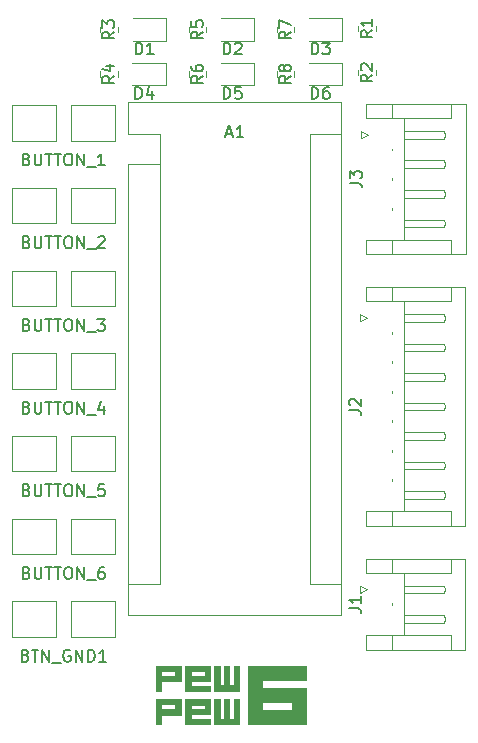
<source format=gbr>
%TF.GenerationSoftware,KiCad,Pcbnew,(6.0.5)*%
%TF.CreationDate,2022-06-02T23:03:52-07:00*%
%TF.ProjectId,arduino-autofire,61726475-696e-46f2-9d61-75746f666972,rev?*%
%TF.SameCoordinates,Original*%
%TF.FileFunction,Legend,Top*%
%TF.FilePolarity,Positive*%
%FSLAX46Y46*%
G04 Gerber Fmt 4.6, Leading zero omitted, Abs format (unit mm)*
G04 Created by KiCad (PCBNEW (6.0.5)) date 2022-06-02 23:03:52*
%MOMM*%
%LPD*%
G01*
G04 APERTURE LIST*
%ADD10C,0.000000*%
%ADD11C,0.150000*%
%ADD12C,0.120000*%
G04 APERTURE END LIST*
D10*
G36*
X130000000Y-119959938D02*
G01*
X130000000Y-120163667D01*
X130002646Y-120163667D01*
X130002646Y-121314605D01*
X128349000Y-121314605D01*
X128349000Y-121632104D01*
X130002646Y-121632104D01*
X130002646Y-122163917D01*
X127798667Y-122163917D01*
X127798667Y-120806605D01*
X128346354Y-120806605D01*
X129449667Y-120806605D01*
X129449667Y-120489105D01*
X128346354Y-120489105D01*
X128346354Y-120806605D01*
X127798667Y-120806605D01*
X127798667Y-119959938D01*
X130000000Y-119959938D01*
G37*
G36*
X127523500Y-119959938D02*
G01*
X127523500Y-121338417D01*
X125869854Y-121338417D01*
X125869854Y-122163917D01*
X125319521Y-122163917D01*
X125319521Y-120806605D01*
X125869854Y-120806605D01*
X126973167Y-120806605D01*
X126973167Y-120489105D01*
X125869854Y-120489105D01*
X125869854Y-120806605D01*
X125319521Y-120806605D01*
X125319521Y-119959938D01*
X127523500Y-119959938D01*
G37*
G36*
X130806979Y-121613584D02*
G01*
X131124479Y-121613584D01*
X131124479Y-119959938D01*
X131632479Y-119959938D01*
X131632479Y-121613584D01*
X131949979Y-121613584D01*
X131949979Y-119959938D01*
X132479146Y-119959938D01*
X132479146Y-122163917D01*
X130277813Y-122163917D01*
X130277813Y-119959938D01*
X130806979Y-119959938D01*
X130806979Y-121613584D01*
G37*
G36*
X127523500Y-122796272D02*
G01*
X127523500Y-124172105D01*
X125869854Y-124172105D01*
X125869854Y-124997605D01*
X125319521Y-124997605D01*
X125319521Y-123640292D01*
X125869854Y-123640292D01*
X126973167Y-123640292D01*
X126973167Y-123322792D01*
X125869854Y-123322792D01*
X125869854Y-123640292D01*
X125319521Y-123640292D01*
X125319521Y-122796272D01*
X127523500Y-122796272D01*
G37*
G36*
X130806979Y-124449917D02*
G01*
X131124479Y-124449917D01*
X131124479Y-122793625D01*
X131632479Y-122793625D01*
X131632479Y-124449917D01*
X131949979Y-124449917D01*
X131949979Y-122793625D01*
X132479146Y-122793625D01*
X132479146Y-124997605D01*
X130277813Y-124997605D01*
X130277813Y-122793625D01*
X130806979Y-122793625D01*
X130806979Y-124449917D01*
G37*
G36*
X138146522Y-119959938D02*
G01*
X138146522Y-121219355D01*
X134368272Y-121219355D01*
X134368272Y-121849063D01*
X138146522Y-121849063D01*
X138146522Y-124997605D01*
X133108854Y-124997605D01*
X133108854Y-123738188D01*
X134368271Y-123738188D01*
X136887104Y-123738188D01*
X136887104Y-123108480D01*
X134368271Y-123108480D01*
X134368271Y-123738188D01*
X133108854Y-123738188D01*
X133108854Y-119959938D01*
X138146522Y-119959938D01*
G37*
G36*
X130000000Y-122796271D02*
G01*
X130000000Y-123000000D01*
X130002646Y-123000000D01*
X130002646Y-124150938D01*
X128349000Y-124150938D01*
X128349000Y-124468438D01*
X130002646Y-124468438D01*
X130002646Y-125000250D01*
X127798667Y-125000250D01*
X127798667Y-123642938D01*
X128346354Y-123642938D01*
X129449667Y-123642938D01*
X129449667Y-123325438D01*
X128346354Y-123325438D01*
X128346354Y-123642938D01*
X127798667Y-123642938D01*
X127798667Y-122796271D01*
X130000000Y-122796271D01*
G37*
D11*
%TO.C,R4*%
X121802380Y-70016666D02*
X121326190Y-70350000D01*
X121802380Y-70588095D02*
X120802380Y-70588095D01*
X120802380Y-70207142D01*
X120850000Y-70111904D01*
X120897619Y-70064285D01*
X120992857Y-70016666D01*
X121135714Y-70016666D01*
X121230952Y-70064285D01*
X121278571Y-70111904D01*
X121326190Y-70207142D01*
X121326190Y-70588095D01*
X121135714Y-69159523D02*
X121802380Y-69159523D01*
X120754761Y-69397619D02*
X121469047Y-69635714D01*
X121469047Y-69016666D01*
%TO.C,R5*%
X129302380Y-66266666D02*
X128826190Y-66600000D01*
X129302380Y-66838095D02*
X128302380Y-66838095D01*
X128302380Y-66457142D01*
X128350000Y-66361904D01*
X128397619Y-66314285D01*
X128492857Y-66266666D01*
X128635714Y-66266666D01*
X128730952Y-66314285D01*
X128778571Y-66361904D01*
X128826190Y-66457142D01*
X128826190Y-66838095D01*
X128302380Y-65361904D02*
X128302380Y-65838095D01*
X128778571Y-65885714D01*
X128730952Y-65838095D01*
X128683333Y-65742857D01*
X128683333Y-65504761D01*
X128730952Y-65409523D01*
X128778571Y-65361904D01*
X128873809Y-65314285D01*
X129111904Y-65314285D01*
X129207142Y-65361904D01*
X129254761Y-65409523D01*
X129302380Y-65504761D01*
X129302380Y-65742857D01*
X129254761Y-65838095D01*
X129207142Y-65885714D01*
%TO.C,D4*%
X123586904Y-71952380D02*
X123586904Y-70952380D01*
X123825000Y-70952380D01*
X123967857Y-71000000D01*
X124063095Y-71095238D01*
X124110714Y-71190476D01*
X124158333Y-71380952D01*
X124158333Y-71523809D01*
X124110714Y-71714285D01*
X124063095Y-71809523D01*
X123967857Y-71904761D01*
X123825000Y-71952380D01*
X123586904Y-71952380D01*
X125015476Y-71285714D02*
X125015476Y-71952380D01*
X124777380Y-70904761D02*
X124539285Y-71619047D01*
X125158333Y-71619047D01*
%TO.C,BTN_GND1*%
X114285714Y-119078571D02*
X114428571Y-119126190D01*
X114476190Y-119173809D01*
X114523809Y-119269047D01*
X114523809Y-119411904D01*
X114476190Y-119507142D01*
X114428571Y-119554761D01*
X114333333Y-119602380D01*
X113952380Y-119602380D01*
X113952380Y-118602380D01*
X114285714Y-118602380D01*
X114380952Y-118650000D01*
X114428571Y-118697619D01*
X114476190Y-118792857D01*
X114476190Y-118888095D01*
X114428571Y-118983333D01*
X114380952Y-119030952D01*
X114285714Y-119078571D01*
X113952380Y-119078571D01*
X114809523Y-118602380D02*
X115380952Y-118602380D01*
X115095238Y-119602380D02*
X115095238Y-118602380D01*
X115714285Y-119602380D02*
X115714285Y-118602380D01*
X116285714Y-119602380D01*
X116285714Y-118602380D01*
X116523809Y-119697619D02*
X117285714Y-119697619D01*
X118047619Y-118650000D02*
X117952380Y-118602380D01*
X117809523Y-118602380D01*
X117666666Y-118650000D01*
X117571428Y-118745238D01*
X117523809Y-118840476D01*
X117476190Y-119030952D01*
X117476190Y-119173809D01*
X117523809Y-119364285D01*
X117571428Y-119459523D01*
X117666666Y-119554761D01*
X117809523Y-119602380D01*
X117904761Y-119602380D01*
X118047619Y-119554761D01*
X118095238Y-119507142D01*
X118095238Y-119173809D01*
X117904761Y-119173809D01*
X118523809Y-119602380D02*
X118523809Y-118602380D01*
X119095238Y-119602380D01*
X119095238Y-118602380D01*
X119571428Y-119602380D02*
X119571428Y-118602380D01*
X119809523Y-118602380D01*
X119952380Y-118650000D01*
X120047619Y-118745238D01*
X120095238Y-118840476D01*
X120142857Y-119030952D01*
X120142857Y-119173809D01*
X120095238Y-119364285D01*
X120047619Y-119459523D01*
X119952380Y-119554761D01*
X119809523Y-119602380D01*
X119571428Y-119602380D01*
X121095238Y-119602380D02*
X120523809Y-119602380D01*
X120809523Y-119602380D02*
X120809523Y-118602380D01*
X120714285Y-118745238D01*
X120619047Y-118840476D01*
X120523809Y-118888095D01*
%TO.C,D1*%
X123611904Y-68202380D02*
X123611904Y-67202380D01*
X123850000Y-67202380D01*
X123992857Y-67250000D01*
X124088095Y-67345238D01*
X124135714Y-67440476D01*
X124183333Y-67630952D01*
X124183333Y-67773809D01*
X124135714Y-67964285D01*
X124088095Y-68059523D01*
X123992857Y-68154761D01*
X123850000Y-68202380D01*
X123611904Y-68202380D01*
X125135714Y-68202380D02*
X124564285Y-68202380D01*
X124850000Y-68202380D02*
X124850000Y-67202380D01*
X124754761Y-67345238D01*
X124659523Y-67440476D01*
X124564285Y-67488095D01*
%TO.C,D2*%
X131061904Y-68202380D02*
X131061904Y-67202380D01*
X131300000Y-67202380D01*
X131442857Y-67250000D01*
X131538095Y-67345238D01*
X131585714Y-67440476D01*
X131633333Y-67630952D01*
X131633333Y-67773809D01*
X131585714Y-67964285D01*
X131538095Y-68059523D01*
X131442857Y-68154761D01*
X131300000Y-68202380D01*
X131061904Y-68202380D01*
X132014285Y-67297619D02*
X132061904Y-67250000D01*
X132157142Y-67202380D01*
X132395238Y-67202380D01*
X132490476Y-67250000D01*
X132538095Y-67297619D01*
X132585714Y-67392857D01*
X132585714Y-67488095D01*
X132538095Y-67630952D01*
X131966666Y-68202380D01*
X132585714Y-68202380D01*
%TO.C,J1*%
X141702380Y-115083333D02*
X142416666Y-115083333D01*
X142559523Y-115130952D01*
X142654761Y-115226190D01*
X142702380Y-115369047D01*
X142702380Y-115464285D01*
X142702380Y-114083333D02*
X142702380Y-114654761D01*
X142702380Y-114369047D02*
X141702380Y-114369047D01*
X141845238Y-114464285D01*
X141940476Y-114559523D01*
X141988095Y-114654761D01*
%TO.C,D3*%
X138511904Y-68202380D02*
X138511904Y-67202380D01*
X138750000Y-67202380D01*
X138892857Y-67250000D01*
X138988095Y-67345238D01*
X139035714Y-67440476D01*
X139083333Y-67630952D01*
X139083333Y-67773809D01*
X139035714Y-67964285D01*
X138988095Y-68059523D01*
X138892857Y-68154761D01*
X138750000Y-68202380D01*
X138511904Y-68202380D01*
X139416666Y-67202380D02*
X140035714Y-67202380D01*
X139702380Y-67583333D01*
X139845238Y-67583333D01*
X139940476Y-67630952D01*
X139988095Y-67678571D01*
X140035714Y-67773809D01*
X140035714Y-68011904D01*
X139988095Y-68107142D01*
X139940476Y-68154761D01*
X139845238Y-68202380D01*
X139559523Y-68202380D01*
X139464285Y-68154761D01*
X139416666Y-68107142D01*
%TO.C,J2*%
X141702380Y-98333333D02*
X142416666Y-98333333D01*
X142559523Y-98380952D01*
X142654761Y-98476190D01*
X142702380Y-98619047D01*
X142702380Y-98714285D01*
X141797619Y-97904761D02*
X141750000Y-97857142D01*
X141702380Y-97761904D01*
X141702380Y-97523809D01*
X141750000Y-97428571D01*
X141797619Y-97380952D01*
X141892857Y-97333333D01*
X141988095Y-97333333D01*
X142130952Y-97380952D01*
X142702380Y-97952380D01*
X142702380Y-97333333D01*
%TO.C,D6*%
X138511904Y-71952380D02*
X138511904Y-70952380D01*
X138750000Y-70952380D01*
X138892857Y-71000000D01*
X138988095Y-71095238D01*
X139035714Y-71190476D01*
X139083333Y-71380952D01*
X139083333Y-71523809D01*
X139035714Y-71714285D01*
X138988095Y-71809523D01*
X138892857Y-71904761D01*
X138750000Y-71952380D01*
X138511904Y-71952380D01*
X139940476Y-70952380D02*
X139750000Y-70952380D01*
X139654761Y-71000000D01*
X139607142Y-71047619D01*
X139511904Y-71190476D01*
X139464285Y-71380952D01*
X139464285Y-71761904D01*
X139511904Y-71857142D01*
X139559523Y-71904761D01*
X139654761Y-71952380D01*
X139845238Y-71952380D01*
X139940476Y-71904761D01*
X139988095Y-71857142D01*
X140035714Y-71761904D01*
X140035714Y-71523809D01*
X139988095Y-71428571D01*
X139940476Y-71380952D01*
X139845238Y-71333333D01*
X139654761Y-71333333D01*
X139559523Y-71380952D01*
X139511904Y-71428571D01*
X139464285Y-71523809D01*
%TO.C,R1*%
X143652380Y-66166666D02*
X143176190Y-66500000D01*
X143652380Y-66738095D02*
X142652380Y-66738095D01*
X142652380Y-66357142D01*
X142700000Y-66261904D01*
X142747619Y-66214285D01*
X142842857Y-66166666D01*
X142985714Y-66166666D01*
X143080952Y-66214285D01*
X143128571Y-66261904D01*
X143176190Y-66357142D01*
X143176190Y-66738095D01*
X143652380Y-65214285D02*
X143652380Y-65785714D01*
X143652380Y-65500000D02*
X142652380Y-65500000D01*
X142795238Y-65595238D01*
X142890476Y-65690476D01*
X142938095Y-65785714D01*
%TO.C,R8*%
X136752380Y-70016666D02*
X136276190Y-70350000D01*
X136752380Y-70588095D02*
X135752380Y-70588095D01*
X135752380Y-70207142D01*
X135800000Y-70111904D01*
X135847619Y-70064285D01*
X135942857Y-70016666D01*
X136085714Y-70016666D01*
X136180952Y-70064285D01*
X136228571Y-70111904D01*
X136276190Y-70207142D01*
X136276190Y-70588095D01*
X136180952Y-69445238D02*
X136133333Y-69540476D01*
X136085714Y-69588095D01*
X135990476Y-69635714D01*
X135942857Y-69635714D01*
X135847619Y-69588095D01*
X135800000Y-69540476D01*
X135752380Y-69445238D01*
X135752380Y-69254761D01*
X135800000Y-69159523D01*
X135847619Y-69111904D01*
X135942857Y-69064285D01*
X135990476Y-69064285D01*
X136085714Y-69111904D01*
X136133333Y-69159523D01*
X136180952Y-69254761D01*
X136180952Y-69445238D01*
X136228571Y-69540476D01*
X136276190Y-69588095D01*
X136371428Y-69635714D01*
X136561904Y-69635714D01*
X136657142Y-69588095D01*
X136704761Y-69540476D01*
X136752380Y-69445238D01*
X136752380Y-69254761D01*
X136704761Y-69159523D01*
X136657142Y-69111904D01*
X136561904Y-69064285D01*
X136371428Y-69064285D01*
X136276190Y-69111904D01*
X136228571Y-69159523D01*
X136180952Y-69254761D01*
%TO.C,R6*%
X129302380Y-70016666D02*
X128826190Y-70350000D01*
X129302380Y-70588095D02*
X128302380Y-70588095D01*
X128302380Y-70207142D01*
X128350000Y-70111904D01*
X128397619Y-70064285D01*
X128492857Y-70016666D01*
X128635714Y-70016666D01*
X128730952Y-70064285D01*
X128778571Y-70111904D01*
X128826190Y-70207142D01*
X128826190Y-70588095D01*
X128302380Y-69159523D02*
X128302380Y-69350000D01*
X128350000Y-69445238D01*
X128397619Y-69492857D01*
X128540476Y-69588095D01*
X128730952Y-69635714D01*
X129111904Y-69635714D01*
X129207142Y-69588095D01*
X129254761Y-69540476D01*
X129302380Y-69445238D01*
X129302380Y-69254761D01*
X129254761Y-69159523D01*
X129207142Y-69111904D01*
X129111904Y-69064285D01*
X128873809Y-69064285D01*
X128778571Y-69111904D01*
X128730952Y-69159523D01*
X128683333Y-69254761D01*
X128683333Y-69445238D01*
X128730952Y-69540476D01*
X128778571Y-69588095D01*
X128873809Y-69635714D01*
%TO.C,BUTTON_2*%
X114380952Y-84078571D02*
X114523809Y-84126190D01*
X114571428Y-84173809D01*
X114619047Y-84269047D01*
X114619047Y-84411904D01*
X114571428Y-84507142D01*
X114523809Y-84554761D01*
X114428571Y-84602380D01*
X114047619Y-84602380D01*
X114047619Y-83602380D01*
X114380952Y-83602380D01*
X114476190Y-83650000D01*
X114523809Y-83697619D01*
X114571428Y-83792857D01*
X114571428Y-83888095D01*
X114523809Y-83983333D01*
X114476190Y-84030952D01*
X114380952Y-84078571D01*
X114047619Y-84078571D01*
X115047619Y-83602380D02*
X115047619Y-84411904D01*
X115095238Y-84507142D01*
X115142857Y-84554761D01*
X115238095Y-84602380D01*
X115428571Y-84602380D01*
X115523809Y-84554761D01*
X115571428Y-84507142D01*
X115619047Y-84411904D01*
X115619047Y-83602380D01*
X115952380Y-83602380D02*
X116523809Y-83602380D01*
X116238095Y-84602380D02*
X116238095Y-83602380D01*
X116714285Y-83602380D02*
X117285714Y-83602380D01*
X117000000Y-84602380D02*
X117000000Y-83602380D01*
X117809523Y-83602380D02*
X118000000Y-83602380D01*
X118095238Y-83650000D01*
X118190476Y-83745238D01*
X118238095Y-83935714D01*
X118238095Y-84269047D01*
X118190476Y-84459523D01*
X118095238Y-84554761D01*
X118000000Y-84602380D01*
X117809523Y-84602380D01*
X117714285Y-84554761D01*
X117619047Y-84459523D01*
X117571428Y-84269047D01*
X117571428Y-83935714D01*
X117619047Y-83745238D01*
X117714285Y-83650000D01*
X117809523Y-83602380D01*
X118666666Y-84602380D02*
X118666666Y-83602380D01*
X119238095Y-84602380D01*
X119238095Y-83602380D01*
X119476190Y-84697619D02*
X120238095Y-84697619D01*
X120428571Y-83697619D02*
X120476190Y-83650000D01*
X120571428Y-83602380D01*
X120809523Y-83602380D01*
X120904761Y-83650000D01*
X120952380Y-83697619D01*
X121000000Y-83792857D01*
X121000000Y-83888095D01*
X120952380Y-84030952D01*
X120380952Y-84602380D01*
X121000000Y-84602380D01*
%TO.C,BUTTON_5*%
X114380952Y-105078571D02*
X114523809Y-105126190D01*
X114571428Y-105173809D01*
X114619047Y-105269047D01*
X114619047Y-105411904D01*
X114571428Y-105507142D01*
X114523809Y-105554761D01*
X114428571Y-105602380D01*
X114047619Y-105602380D01*
X114047619Y-104602380D01*
X114380952Y-104602380D01*
X114476190Y-104650000D01*
X114523809Y-104697619D01*
X114571428Y-104792857D01*
X114571428Y-104888095D01*
X114523809Y-104983333D01*
X114476190Y-105030952D01*
X114380952Y-105078571D01*
X114047619Y-105078571D01*
X115047619Y-104602380D02*
X115047619Y-105411904D01*
X115095238Y-105507142D01*
X115142857Y-105554761D01*
X115238095Y-105602380D01*
X115428571Y-105602380D01*
X115523809Y-105554761D01*
X115571428Y-105507142D01*
X115619047Y-105411904D01*
X115619047Y-104602380D01*
X115952380Y-104602380D02*
X116523809Y-104602380D01*
X116238095Y-105602380D02*
X116238095Y-104602380D01*
X116714285Y-104602380D02*
X117285714Y-104602380D01*
X117000000Y-105602380D02*
X117000000Y-104602380D01*
X117809523Y-104602380D02*
X118000000Y-104602380D01*
X118095238Y-104650000D01*
X118190476Y-104745238D01*
X118238095Y-104935714D01*
X118238095Y-105269047D01*
X118190476Y-105459523D01*
X118095238Y-105554761D01*
X118000000Y-105602380D01*
X117809523Y-105602380D01*
X117714285Y-105554761D01*
X117619047Y-105459523D01*
X117571428Y-105269047D01*
X117571428Y-104935714D01*
X117619047Y-104745238D01*
X117714285Y-104650000D01*
X117809523Y-104602380D01*
X118666666Y-105602380D02*
X118666666Y-104602380D01*
X119238095Y-105602380D01*
X119238095Y-104602380D01*
X119476190Y-105697619D02*
X120238095Y-105697619D01*
X120952380Y-104602380D02*
X120476190Y-104602380D01*
X120428571Y-105078571D01*
X120476190Y-105030952D01*
X120571428Y-104983333D01*
X120809523Y-104983333D01*
X120904761Y-105030952D01*
X120952380Y-105078571D01*
X121000000Y-105173809D01*
X121000000Y-105411904D01*
X120952380Y-105507142D01*
X120904761Y-105554761D01*
X120809523Y-105602380D01*
X120571428Y-105602380D01*
X120476190Y-105554761D01*
X120428571Y-105507142D01*
%TO.C,BUTTON_1*%
X114380952Y-77078571D02*
X114523809Y-77126190D01*
X114571428Y-77173809D01*
X114619047Y-77269047D01*
X114619047Y-77411904D01*
X114571428Y-77507142D01*
X114523809Y-77554761D01*
X114428571Y-77602380D01*
X114047619Y-77602380D01*
X114047619Y-76602380D01*
X114380952Y-76602380D01*
X114476190Y-76650000D01*
X114523809Y-76697619D01*
X114571428Y-76792857D01*
X114571428Y-76888095D01*
X114523809Y-76983333D01*
X114476190Y-77030952D01*
X114380952Y-77078571D01*
X114047619Y-77078571D01*
X115047619Y-76602380D02*
X115047619Y-77411904D01*
X115095238Y-77507142D01*
X115142857Y-77554761D01*
X115238095Y-77602380D01*
X115428571Y-77602380D01*
X115523809Y-77554761D01*
X115571428Y-77507142D01*
X115619047Y-77411904D01*
X115619047Y-76602380D01*
X115952380Y-76602380D02*
X116523809Y-76602380D01*
X116238095Y-77602380D02*
X116238095Y-76602380D01*
X116714285Y-76602380D02*
X117285714Y-76602380D01*
X117000000Y-77602380D02*
X117000000Y-76602380D01*
X117809523Y-76602380D02*
X118000000Y-76602380D01*
X118095238Y-76650000D01*
X118190476Y-76745238D01*
X118238095Y-76935714D01*
X118238095Y-77269047D01*
X118190476Y-77459523D01*
X118095238Y-77554761D01*
X118000000Y-77602380D01*
X117809523Y-77602380D01*
X117714285Y-77554761D01*
X117619047Y-77459523D01*
X117571428Y-77269047D01*
X117571428Y-76935714D01*
X117619047Y-76745238D01*
X117714285Y-76650000D01*
X117809523Y-76602380D01*
X118666666Y-77602380D02*
X118666666Y-76602380D01*
X119238095Y-77602380D01*
X119238095Y-76602380D01*
X119476190Y-77697619D02*
X120238095Y-77697619D01*
X121000000Y-77602380D02*
X120428571Y-77602380D01*
X120714285Y-77602380D02*
X120714285Y-76602380D01*
X120619047Y-76745238D01*
X120523809Y-76840476D01*
X120428571Y-76888095D01*
%TO.C,D5*%
X131061904Y-71952380D02*
X131061904Y-70952380D01*
X131300000Y-70952380D01*
X131442857Y-71000000D01*
X131538095Y-71095238D01*
X131585714Y-71190476D01*
X131633333Y-71380952D01*
X131633333Y-71523809D01*
X131585714Y-71714285D01*
X131538095Y-71809523D01*
X131442857Y-71904761D01*
X131300000Y-71952380D01*
X131061904Y-71952380D01*
X132538095Y-70952380D02*
X132061904Y-70952380D01*
X132014285Y-71428571D01*
X132061904Y-71380952D01*
X132157142Y-71333333D01*
X132395238Y-71333333D01*
X132490476Y-71380952D01*
X132538095Y-71428571D01*
X132585714Y-71523809D01*
X132585714Y-71761904D01*
X132538095Y-71857142D01*
X132490476Y-71904761D01*
X132395238Y-71952380D01*
X132157142Y-71952380D01*
X132061904Y-71904761D01*
X132014285Y-71857142D01*
%TO.C,BUTTON_6*%
X114380952Y-112078571D02*
X114523809Y-112126190D01*
X114571428Y-112173809D01*
X114619047Y-112269047D01*
X114619047Y-112411904D01*
X114571428Y-112507142D01*
X114523809Y-112554761D01*
X114428571Y-112602380D01*
X114047619Y-112602380D01*
X114047619Y-111602380D01*
X114380952Y-111602380D01*
X114476190Y-111650000D01*
X114523809Y-111697619D01*
X114571428Y-111792857D01*
X114571428Y-111888095D01*
X114523809Y-111983333D01*
X114476190Y-112030952D01*
X114380952Y-112078571D01*
X114047619Y-112078571D01*
X115047619Y-111602380D02*
X115047619Y-112411904D01*
X115095238Y-112507142D01*
X115142857Y-112554761D01*
X115238095Y-112602380D01*
X115428571Y-112602380D01*
X115523809Y-112554761D01*
X115571428Y-112507142D01*
X115619047Y-112411904D01*
X115619047Y-111602380D01*
X115952380Y-111602380D02*
X116523809Y-111602380D01*
X116238095Y-112602380D02*
X116238095Y-111602380D01*
X116714285Y-111602380D02*
X117285714Y-111602380D01*
X117000000Y-112602380D02*
X117000000Y-111602380D01*
X117809523Y-111602380D02*
X118000000Y-111602380D01*
X118095238Y-111650000D01*
X118190476Y-111745238D01*
X118238095Y-111935714D01*
X118238095Y-112269047D01*
X118190476Y-112459523D01*
X118095238Y-112554761D01*
X118000000Y-112602380D01*
X117809523Y-112602380D01*
X117714285Y-112554761D01*
X117619047Y-112459523D01*
X117571428Y-112269047D01*
X117571428Y-111935714D01*
X117619047Y-111745238D01*
X117714285Y-111650000D01*
X117809523Y-111602380D01*
X118666666Y-112602380D02*
X118666666Y-111602380D01*
X119238095Y-112602380D01*
X119238095Y-111602380D01*
X119476190Y-112697619D02*
X120238095Y-112697619D01*
X120904761Y-111602380D02*
X120714285Y-111602380D01*
X120619047Y-111650000D01*
X120571428Y-111697619D01*
X120476190Y-111840476D01*
X120428571Y-112030952D01*
X120428571Y-112411904D01*
X120476190Y-112507142D01*
X120523809Y-112554761D01*
X120619047Y-112602380D01*
X120809523Y-112602380D01*
X120904761Y-112554761D01*
X120952380Y-112507142D01*
X121000000Y-112411904D01*
X121000000Y-112173809D01*
X120952380Y-112078571D01*
X120904761Y-112030952D01*
X120809523Y-111983333D01*
X120619047Y-111983333D01*
X120523809Y-112030952D01*
X120476190Y-112078571D01*
X120428571Y-112173809D01*
%TO.C,R7*%
X136752380Y-66266666D02*
X136276190Y-66600000D01*
X136752380Y-66838095D02*
X135752380Y-66838095D01*
X135752380Y-66457142D01*
X135800000Y-66361904D01*
X135847619Y-66314285D01*
X135942857Y-66266666D01*
X136085714Y-66266666D01*
X136180952Y-66314285D01*
X136228571Y-66361904D01*
X136276190Y-66457142D01*
X136276190Y-66838095D01*
X135752380Y-65933333D02*
X135752380Y-65266666D01*
X136752380Y-65695238D01*
%TO.C,R2*%
X143652380Y-69916666D02*
X143176190Y-70250000D01*
X143652380Y-70488095D02*
X142652380Y-70488095D01*
X142652380Y-70107142D01*
X142700000Y-70011904D01*
X142747619Y-69964285D01*
X142842857Y-69916666D01*
X142985714Y-69916666D01*
X143080952Y-69964285D01*
X143128571Y-70011904D01*
X143176190Y-70107142D01*
X143176190Y-70488095D01*
X142747619Y-69535714D02*
X142700000Y-69488095D01*
X142652380Y-69392857D01*
X142652380Y-69154761D01*
X142700000Y-69059523D01*
X142747619Y-69011904D01*
X142842857Y-68964285D01*
X142938095Y-68964285D01*
X143080952Y-69011904D01*
X143652380Y-69583333D01*
X143652380Y-68964285D01*
%TO.C,A1*%
X131295714Y-74916666D02*
X131771904Y-74916666D01*
X131200476Y-75202380D02*
X131533809Y-74202380D01*
X131867142Y-75202380D01*
X132724285Y-75202380D02*
X132152857Y-75202380D01*
X132438571Y-75202380D02*
X132438571Y-74202380D01*
X132343333Y-74345238D01*
X132248095Y-74440476D01*
X132152857Y-74488095D01*
%TO.C,R3*%
X121802380Y-66266666D02*
X121326190Y-66600000D01*
X121802380Y-66838095D02*
X120802380Y-66838095D01*
X120802380Y-66457142D01*
X120850000Y-66361904D01*
X120897619Y-66314285D01*
X120992857Y-66266666D01*
X121135714Y-66266666D01*
X121230952Y-66314285D01*
X121278571Y-66361904D01*
X121326190Y-66457142D01*
X121326190Y-66838095D01*
X120802380Y-65933333D02*
X120802380Y-65314285D01*
X121183333Y-65647619D01*
X121183333Y-65504761D01*
X121230952Y-65409523D01*
X121278571Y-65361904D01*
X121373809Y-65314285D01*
X121611904Y-65314285D01*
X121707142Y-65361904D01*
X121754761Y-65409523D01*
X121802380Y-65504761D01*
X121802380Y-65790476D01*
X121754761Y-65885714D01*
X121707142Y-65933333D01*
%TO.C,BUTTON_4*%
X114380952Y-98078571D02*
X114523809Y-98126190D01*
X114571428Y-98173809D01*
X114619047Y-98269047D01*
X114619047Y-98411904D01*
X114571428Y-98507142D01*
X114523809Y-98554761D01*
X114428571Y-98602380D01*
X114047619Y-98602380D01*
X114047619Y-97602380D01*
X114380952Y-97602380D01*
X114476190Y-97650000D01*
X114523809Y-97697619D01*
X114571428Y-97792857D01*
X114571428Y-97888095D01*
X114523809Y-97983333D01*
X114476190Y-98030952D01*
X114380952Y-98078571D01*
X114047619Y-98078571D01*
X115047619Y-97602380D02*
X115047619Y-98411904D01*
X115095238Y-98507142D01*
X115142857Y-98554761D01*
X115238095Y-98602380D01*
X115428571Y-98602380D01*
X115523809Y-98554761D01*
X115571428Y-98507142D01*
X115619047Y-98411904D01*
X115619047Y-97602380D01*
X115952380Y-97602380D02*
X116523809Y-97602380D01*
X116238095Y-98602380D02*
X116238095Y-97602380D01*
X116714285Y-97602380D02*
X117285714Y-97602380D01*
X117000000Y-98602380D02*
X117000000Y-97602380D01*
X117809523Y-97602380D02*
X118000000Y-97602380D01*
X118095238Y-97650000D01*
X118190476Y-97745238D01*
X118238095Y-97935714D01*
X118238095Y-98269047D01*
X118190476Y-98459523D01*
X118095238Y-98554761D01*
X118000000Y-98602380D01*
X117809523Y-98602380D01*
X117714285Y-98554761D01*
X117619047Y-98459523D01*
X117571428Y-98269047D01*
X117571428Y-97935714D01*
X117619047Y-97745238D01*
X117714285Y-97650000D01*
X117809523Y-97602380D01*
X118666666Y-98602380D02*
X118666666Y-97602380D01*
X119238095Y-98602380D01*
X119238095Y-97602380D01*
X119476190Y-98697619D02*
X120238095Y-98697619D01*
X120904761Y-97935714D02*
X120904761Y-98602380D01*
X120666666Y-97554761D02*
X120428571Y-98269047D01*
X121047619Y-98269047D01*
%TO.C,BUTTON_3*%
X114380952Y-91078571D02*
X114523809Y-91126190D01*
X114571428Y-91173809D01*
X114619047Y-91269047D01*
X114619047Y-91411904D01*
X114571428Y-91507142D01*
X114523809Y-91554761D01*
X114428571Y-91602380D01*
X114047619Y-91602380D01*
X114047619Y-90602380D01*
X114380952Y-90602380D01*
X114476190Y-90650000D01*
X114523809Y-90697619D01*
X114571428Y-90792857D01*
X114571428Y-90888095D01*
X114523809Y-90983333D01*
X114476190Y-91030952D01*
X114380952Y-91078571D01*
X114047619Y-91078571D01*
X115047619Y-90602380D02*
X115047619Y-91411904D01*
X115095238Y-91507142D01*
X115142857Y-91554761D01*
X115238095Y-91602380D01*
X115428571Y-91602380D01*
X115523809Y-91554761D01*
X115571428Y-91507142D01*
X115619047Y-91411904D01*
X115619047Y-90602380D01*
X115952380Y-90602380D02*
X116523809Y-90602380D01*
X116238095Y-91602380D02*
X116238095Y-90602380D01*
X116714285Y-90602380D02*
X117285714Y-90602380D01*
X117000000Y-91602380D02*
X117000000Y-90602380D01*
X117809523Y-90602380D02*
X118000000Y-90602380D01*
X118095238Y-90650000D01*
X118190476Y-90745238D01*
X118238095Y-90935714D01*
X118238095Y-91269047D01*
X118190476Y-91459523D01*
X118095238Y-91554761D01*
X118000000Y-91602380D01*
X117809523Y-91602380D01*
X117714285Y-91554761D01*
X117619047Y-91459523D01*
X117571428Y-91269047D01*
X117571428Y-90935714D01*
X117619047Y-90745238D01*
X117714285Y-90650000D01*
X117809523Y-90602380D01*
X118666666Y-91602380D02*
X118666666Y-90602380D01*
X119238095Y-91602380D01*
X119238095Y-90602380D01*
X119476190Y-91697619D02*
X120238095Y-91697619D01*
X120380952Y-90602380D02*
X121000000Y-90602380D01*
X120666666Y-90983333D01*
X120809523Y-90983333D01*
X120904761Y-91030952D01*
X120952380Y-91078571D01*
X121000000Y-91173809D01*
X121000000Y-91411904D01*
X120952380Y-91507142D01*
X120904761Y-91554761D01*
X120809523Y-91602380D01*
X120523809Y-91602380D01*
X120428571Y-91554761D01*
X120380952Y-91507142D01*
%TO.C,J3*%
X141734880Y-79083333D02*
X142449166Y-79083333D01*
X142592023Y-79130952D01*
X142687261Y-79226190D01*
X142734880Y-79369047D01*
X142734880Y-79464285D01*
X141734880Y-78702380D02*
X141734880Y-78083333D01*
X142115833Y-78416666D01*
X142115833Y-78273809D01*
X142163452Y-78178571D01*
X142211071Y-78130952D01*
X142306309Y-78083333D01*
X142544404Y-78083333D01*
X142639642Y-78130952D01*
X142687261Y-78178571D01*
X142734880Y-78273809D01*
X142734880Y-78559523D01*
X142687261Y-78654761D01*
X142639642Y-78702380D01*
D12*
%TO.C,R4*%
X122085000Y-70077064D02*
X122085000Y-69622936D01*
X120615000Y-70077064D02*
X120615000Y-69622936D01*
%TO.C,R5*%
X129585000Y-66327064D02*
X129585000Y-65872936D01*
X128115000Y-66327064D02*
X128115000Y-65872936D01*
%TO.C,D4*%
X123325000Y-70810000D02*
X126185000Y-70810000D01*
X126185000Y-68890000D02*
X123325000Y-68890000D01*
X126185000Y-70810000D02*
X126185000Y-68890000D01*
%TO.C,BTN_GND1*%
X113150000Y-117500000D02*
X116850000Y-117500000D01*
X118150000Y-117500000D02*
X121850000Y-117500000D01*
X121850000Y-114500000D02*
X118150000Y-114500000D01*
X116850000Y-114500000D02*
X113150000Y-114500000D01*
X121850000Y-114500000D02*
X121850000Y-117500000D01*
X113150000Y-114500000D02*
X113150000Y-117500000D01*
X118150000Y-114500000D02*
X118150000Y-117500000D01*
X116850000Y-114500000D02*
X116850000Y-117500000D01*
%TO.C,D1*%
X123350000Y-67060000D02*
X126210000Y-67060000D01*
X126210000Y-67060000D02*
X126210000Y-65140000D01*
X126210000Y-65140000D02*
X123350000Y-65140000D01*
%TO.C,D2*%
X133660000Y-67060000D02*
X133660000Y-65140000D01*
X133660000Y-65140000D02*
X130800000Y-65140000D01*
X130800000Y-67060000D02*
X133660000Y-67060000D01*
%TO.C,J1*%
X151527500Y-118610000D02*
X143107500Y-118610000D01*
X143217500Y-113500000D02*
X142617500Y-113200000D01*
X146307500Y-112110000D02*
X146307500Y-117390000D01*
X149807500Y-113500000D02*
X149727500Y-113820000D01*
X142617500Y-113800000D02*
X143217500Y-113500000D01*
X146307500Y-116320000D02*
X146307500Y-116000000D01*
X149727500Y-113180000D02*
X149807500Y-113500000D01*
X146307500Y-115680000D02*
X149727500Y-115680000D01*
X145307500Y-114670000D02*
X145307500Y-114830000D01*
X150307500Y-117390000D02*
X145307500Y-117390000D01*
X142617500Y-113200000D02*
X142617500Y-113800000D01*
X143107500Y-117390000D02*
X145307500Y-117390000D01*
X149727500Y-116320000D02*
X146307500Y-116320000D01*
X145307500Y-117390000D02*
X145307500Y-118610000D01*
X146307500Y-113180000D02*
X149727500Y-113180000D01*
X149727500Y-115680000D02*
X149807500Y-116000000D01*
X149727500Y-113820000D02*
X146307500Y-113820000D01*
X149807500Y-116000000D02*
X149727500Y-116320000D01*
X150307500Y-112110000D02*
X145307500Y-112110000D01*
X145307500Y-112110000D02*
X143107500Y-112110000D01*
X146307500Y-113820000D02*
X146307500Y-113500000D01*
X143107500Y-112110000D02*
X143107500Y-110890000D01*
X143107500Y-118610000D02*
X143107500Y-117390000D01*
X146307500Y-116000000D02*
X146307500Y-115680000D01*
X150307500Y-110890000D02*
X150307500Y-112110000D01*
X150307500Y-118610000D02*
X150307500Y-117390000D01*
X151527500Y-110890000D02*
X151527500Y-118610000D01*
X146307500Y-113500000D02*
X146307500Y-113180000D01*
X143107500Y-110890000D02*
X151527500Y-110890000D01*
X145307500Y-112110000D02*
X145307500Y-110890000D01*
%TO.C,D3*%
X141110000Y-67060000D02*
X141110000Y-65140000D01*
X138250000Y-67060000D02*
X141110000Y-67060000D01*
X141110000Y-65140000D02*
X138250000Y-65140000D01*
%TO.C,J2*%
X149727500Y-95180000D02*
X149807500Y-95500000D01*
X145307500Y-89110000D02*
X145307500Y-87890000D01*
X146307500Y-100500000D02*
X146307500Y-100180000D01*
X149727500Y-90820000D02*
X146307500Y-90820000D01*
X146307500Y-90820000D02*
X146307500Y-90500000D01*
X146307500Y-95820000D02*
X146307500Y-95500000D01*
X150307500Y-108110000D02*
X150307500Y-106890000D01*
X149727500Y-92680000D02*
X149807500Y-93000000D01*
X146307500Y-105820000D02*
X146307500Y-105500000D01*
X146307500Y-93000000D02*
X146307500Y-92680000D01*
X146307500Y-98320000D02*
X146307500Y-98000000D01*
X146307500Y-102680000D02*
X149727500Y-102680000D01*
X146307500Y-92680000D02*
X149727500Y-92680000D01*
X149727500Y-102680000D02*
X149807500Y-103000000D01*
X146307500Y-100180000D02*
X149727500Y-100180000D01*
X146307500Y-90500000D02*
X146307500Y-90180000D01*
X145307500Y-101670000D02*
X145307500Y-101830000D01*
X146307500Y-103320000D02*
X146307500Y-103000000D01*
X149727500Y-105180000D02*
X149807500Y-105500000D01*
X146307500Y-98000000D02*
X146307500Y-97680000D01*
X143107500Y-106890000D02*
X145307500Y-106890000D01*
X149727500Y-93320000D02*
X146307500Y-93320000D01*
X142617500Y-90800000D02*
X143217500Y-90500000D01*
X146307500Y-105500000D02*
X146307500Y-105180000D01*
X146307500Y-95500000D02*
X146307500Y-95180000D01*
X145307500Y-96670000D02*
X145307500Y-96830000D01*
X146307500Y-95180000D02*
X149727500Y-95180000D01*
X149727500Y-97680000D02*
X149807500Y-98000000D01*
X146307500Y-97680000D02*
X149727500Y-97680000D01*
X149727500Y-100820000D02*
X146307500Y-100820000D01*
X149807500Y-95500000D02*
X149727500Y-95820000D01*
X151527500Y-108110000D02*
X143107500Y-108110000D01*
X145307500Y-99170000D02*
X145307500Y-99330000D01*
X143107500Y-108110000D02*
X143107500Y-106890000D01*
X149727500Y-98320000D02*
X146307500Y-98320000D01*
X146307500Y-103000000D02*
X146307500Y-102680000D01*
X146307500Y-93320000D02*
X146307500Y-93000000D01*
X143217500Y-90500000D02*
X142617500Y-90200000D01*
X149807500Y-100500000D02*
X149727500Y-100820000D01*
X145307500Y-91670000D02*
X145307500Y-91830000D01*
X145307500Y-94170000D02*
X145307500Y-94330000D01*
X142617500Y-90200000D02*
X142617500Y-90800000D01*
X145307500Y-104170000D02*
X145307500Y-104330000D01*
X151527500Y-87890000D02*
X151527500Y-108110000D01*
X146307500Y-100820000D02*
X146307500Y-100500000D01*
X143107500Y-87890000D02*
X151527500Y-87890000D01*
X149727500Y-90180000D02*
X149807500Y-90500000D01*
X145307500Y-106890000D02*
X145307500Y-108110000D01*
X150307500Y-87890000D02*
X150307500Y-89110000D01*
X150307500Y-89110000D02*
X145307500Y-89110000D01*
X149807500Y-98000000D02*
X149727500Y-98320000D01*
X149807500Y-103000000D02*
X149727500Y-103320000D01*
X149727500Y-95820000D02*
X146307500Y-95820000D01*
X146307500Y-89110000D02*
X146307500Y-106890000D01*
X143107500Y-89110000D02*
X143107500Y-87890000D01*
X146307500Y-90180000D02*
X149727500Y-90180000D01*
X145307500Y-89110000D02*
X143107500Y-89110000D01*
X146307500Y-105180000D02*
X149727500Y-105180000D01*
X149727500Y-103320000D02*
X146307500Y-103320000D01*
X149727500Y-105820000D02*
X146307500Y-105820000D01*
X150307500Y-106890000D02*
X145307500Y-106890000D01*
X149807500Y-105500000D02*
X149727500Y-105820000D01*
X149807500Y-93000000D02*
X149727500Y-93320000D01*
X149727500Y-100180000D02*
X149807500Y-100500000D01*
X149807500Y-90500000D02*
X149727500Y-90820000D01*
%TO.C,D6*%
X141110000Y-68890000D02*
X138250000Y-68890000D01*
X138250000Y-70810000D02*
X141110000Y-70810000D01*
X141110000Y-70810000D02*
X141110000Y-68890000D01*
%TO.C,R1*%
X142465000Y-66227064D02*
X142465000Y-65772936D01*
X143935000Y-66227064D02*
X143935000Y-65772936D01*
%TO.C,R8*%
X135565000Y-70077064D02*
X135565000Y-69622936D01*
X137035000Y-70077064D02*
X137035000Y-69622936D01*
%TO.C,R6*%
X128115000Y-70077064D02*
X128115000Y-69622936D01*
X129585000Y-70077064D02*
X129585000Y-69622936D01*
%TO.C,BUTTON_2*%
X113150000Y-82500000D02*
X116850000Y-82500000D01*
X118150000Y-82500000D02*
X121850000Y-82500000D01*
X118150000Y-79500000D02*
X118150000Y-82500000D01*
X116850000Y-79500000D02*
X116850000Y-82500000D01*
X116850000Y-79500000D02*
X113150000Y-79500000D01*
X121850000Y-79500000D02*
X121850000Y-82500000D01*
X113150000Y-79500000D02*
X113150000Y-82500000D01*
X121850000Y-79500000D02*
X118150000Y-79500000D01*
%TO.C,BUTTON_5*%
X121850000Y-100500000D02*
X121850000Y-103500000D01*
X113150000Y-103500000D02*
X116850000Y-103500000D01*
X118150000Y-100500000D02*
X118150000Y-103500000D01*
X118150000Y-103500000D02*
X121850000Y-103500000D01*
X116850000Y-100500000D02*
X113150000Y-100500000D01*
X121850000Y-100500000D02*
X118150000Y-100500000D01*
X113150000Y-100500000D02*
X113150000Y-103500000D01*
X116850000Y-100500000D02*
X116850000Y-103500000D01*
%TO.C,BUTTON_1*%
X113150000Y-72500000D02*
X113150000Y-75500000D01*
X118150000Y-75500000D02*
X121850000Y-75500000D01*
X113150000Y-75500000D02*
X116850000Y-75500000D01*
X118150000Y-72500000D02*
X118150000Y-75500000D01*
X121850000Y-72500000D02*
X121850000Y-75500000D01*
X116850000Y-72500000D02*
X116850000Y-75500000D01*
X121850000Y-72500000D02*
X118150000Y-72500000D01*
X116850000Y-72500000D02*
X113150000Y-72500000D01*
%TO.C,D5*%
X133660000Y-70810000D02*
X133660000Y-68890000D01*
X130800000Y-70810000D02*
X133660000Y-70810000D01*
X133660000Y-68890000D02*
X130800000Y-68890000D01*
%TO.C,BUTTON_6*%
X113150000Y-110500000D02*
X116850000Y-110500000D01*
X121850000Y-107500000D02*
X121850000Y-110500000D01*
X116850000Y-107500000D02*
X113150000Y-107500000D01*
X116850000Y-107500000D02*
X116850000Y-110500000D01*
X118150000Y-107500000D02*
X118150000Y-110500000D01*
X121850000Y-107500000D02*
X118150000Y-107500000D01*
X113150000Y-107500000D02*
X113150000Y-110500000D01*
X118150000Y-110500000D02*
X121850000Y-110500000D01*
%TO.C,R7*%
X137035000Y-66327064D02*
X137035000Y-65872936D01*
X135565000Y-66327064D02*
X135565000Y-65872936D01*
%TO.C,R2*%
X142465000Y-69977064D02*
X142465000Y-69522936D01*
X143935000Y-69977064D02*
X143935000Y-69522936D01*
%TO.C,A1*%
X122990000Y-115700000D02*
X141030000Y-115700000D01*
X138360000Y-74930000D02*
X138360000Y-113030000D01*
X125660000Y-77470000D02*
X122990000Y-77470000D01*
X125660000Y-74930000D02*
X122990000Y-74930000D01*
X122990000Y-77470000D02*
X122990000Y-115700000D01*
X141030000Y-115700000D02*
X141030000Y-72260000D01*
X125660000Y-113030000D02*
X122990000Y-113030000D01*
X125660000Y-77470000D02*
X125660000Y-74930000D01*
X141030000Y-72260000D02*
X122990000Y-72260000D01*
X125660000Y-77470000D02*
X125660000Y-113030000D01*
X122990000Y-72260000D02*
X122990000Y-74930000D01*
X138360000Y-113030000D02*
X141030000Y-113030000D01*
X138360000Y-74930000D02*
X141030000Y-74930000D01*
%TO.C,R3*%
X122085000Y-66327064D02*
X122085000Y-65872936D01*
X120615000Y-66327064D02*
X120615000Y-65872936D01*
%TO.C,BUTTON_4*%
X113150000Y-96500000D02*
X116850000Y-96500000D01*
X113150000Y-93500000D02*
X113150000Y-96500000D01*
X121850000Y-93500000D02*
X118150000Y-93500000D01*
X118150000Y-96500000D02*
X121850000Y-96500000D01*
X116850000Y-93500000D02*
X113150000Y-93500000D01*
X116850000Y-93500000D02*
X116850000Y-96500000D01*
X118150000Y-93500000D02*
X118150000Y-96500000D01*
X121850000Y-93500000D02*
X121850000Y-96500000D01*
%TO.C,BUTTON_3*%
X113150000Y-89500000D02*
X116850000Y-89500000D01*
X118150000Y-86500000D02*
X118150000Y-89500000D01*
X113150000Y-86500000D02*
X113150000Y-89500000D01*
X116850000Y-86500000D02*
X116850000Y-89500000D01*
X118150000Y-89500000D02*
X121850000Y-89500000D01*
X121850000Y-86500000D02*
X118150000Y-86500000D01*
X116850000Y-86500000D02*
X113150000Y-86500000D01*
X121850000Y-86500000D02*
X121850000Y-89500000D01*
%TO.C,J3*%
X149760000Y-75320000D02*
X146340000Y-75320000D01*
X149760000Y-82820000D02*
X146340000Y-82820000D01*
X145340000Y-73610000D02*
X143140000Y-73610000D01*
X143140000Y-73610000D02*
X143140000Y-72390000D01*
X149840000Y-75000000D02*
X149760000Y-75320000D01*
X149760000Y-77180000D02*
X149840000Y-77500000D01*
X149840000Y-82500000D02*
X149760000Y-82820000D01*
X150340000Y-83890000D02*
X145340000Y-83890000D01*
X146340000Y-75000000D02*
X146340000Y-74680000D01*
X143140000Y-85110000D02*
X143140000Y-83890000D01*
X145340000Y-83890000D02*
X145340000Y-85110000D01*
X149760000Y-82180000D02*
X149840000Y-82500000D01*
X150340000Y-72390000D02*
X150340000Y-73610000D01*
X146340000Y-77820000D02*
X146340000Y-77500000D01*
X149760000Y-74680000D02*
X149840000Y-75000000D01*
X150340000Y-85110000D02*
X150340000Y-83890000D01*
X151560000Y-85110000D02*
X143140000Y-85110000D01*
X146340000Y-77500000D02*
X146340000Y-77180000D01*
X145340000Y-73610000D02*
X145340000Y-72390000D01*
X145340000Y-76170000D02*
X145340000Y-76330000D01*
X146340000Y-74680000D02*
X149760000Y-74680000D01*
X146340000Y-80000000D02*
X146340000Y-79680000D01*
X145340000Y-81170000D02*
X145340000Y-81330000D01*
X149840000Y-80000000D02*
X149760000Y-80320000D01*
X149840000Y-77500000D02*
X149760000Y-77820000D01*
X146340000Y-73610000D02*
X146340000Y-83890000D01*
X150340000Y-73610000D02*
X145340000Y-73610000D01*
X142650000Y-75300000D02*
X143250000Y-75000000D01*
X149760000Y-80320000D02*
X146340000Y-80320000D01*
X146340000Y-77180000D02*
X149760000Y-77180000D01*
X146340000Y-82820000D02*
X146340000Y-82500000D01*
X146340000Y-82500000D02*
X146340000Y-82180000D01*
X142650000Y-74700000D02*
X142650000Y-75300000D01*
X143140000Y-83890000D02*
X145340000Y-83890000D01*
X149760000Y-79680000D02*
X149840000Y-80000000D01*
X146340000Y-80320000D02*
X146340000Y-80000000D01*
X143140000Y-72390000D02*
X151560000Y-72390000D01*
X143250000Y-75000000D02*
X142650000Y-74700000D01*
X146340000Y-75320000D02*
X146340000Y-75000000D01*
X146340000Y-79680000D02*
X149760000Y-79680000D01*
X151560000Y-72390000D02*
X151560000Y-85110000D01*
X149760000Y-77820000D02*
X146340000Y-77820000D01*
X146340000Y-82180000D02*
X149760000Y-82180000D01*
X145340000Y-78670000D02*
X145340000Y-78830000D01*
%TD*%
M02*

</source>
